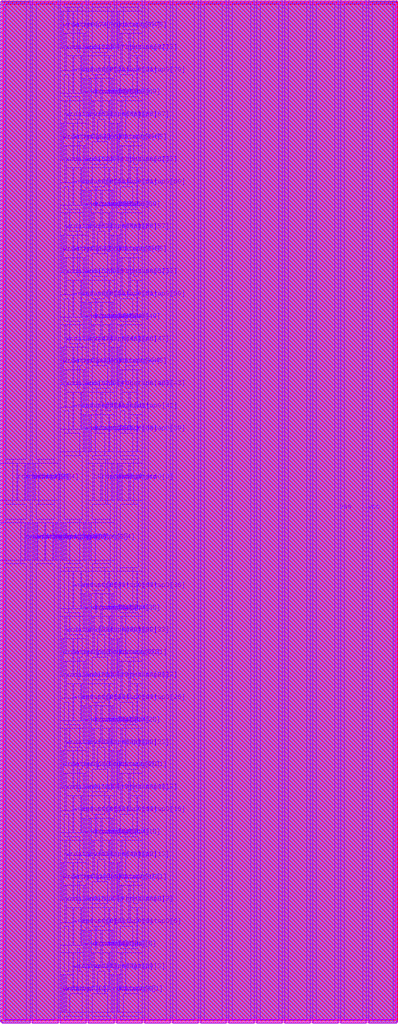
<source format=lef>
VERSION 5.8 ;
BUSBITCHARS "[]" ;
DIVIDERCHAR "/" ;

UNITS
  DATABASE MICRONS 4000 ;
END UNITS

PROPERTYDEFINITIONS
  MACRO hpml_layer STRING ;
  MACRO heml_layer STRING ;
END PROPERTYDEFINITIONS

MACRO arf074b032e1r1w0cbbehsaa4acw
  CLASS BLOCK ;
  FOREIGN arf074b032e1r1w0cbbehsaa4acw ;
  ORIGIN 0 0 ;
  SIZE 12.6 BY 32.64 ;
  PIN ckrdp0
    DIRECTION INPUT ;
    USE SIGNAL ;
    PORT
      LAYER m7 ;
        RECT 2.872 16.68 2.916 17.88 ;
    END
  END ckrdp0
  PIN ckwrp0
    DIRECTION INPUT ;
    USE SIGNAL ;
    PORT
      LAYER m7 ;
        RECT 0.684 14.76 0.728 15.96 ;
    END
  END ckwrp0
  PIN rdaddrp0[0]
    DIRECTION INPUT ;
    USE SIGNAL ;
    PORT
      LAYER m7 ;
        RECT 4.028 16.68 4.072 17.88 ;
    END
  END rdaddrp0[0]
  PIN rdaddrp0[1]
    DIRECTION INPUT ;
    USE SIGNAL ;
    PORT
      LAYER m7 ;
        RECT 0.428 16.68 0.472 17.88 ;
    END
  END rdaddrp0[1]
  PIN rdaddrp0[2]
    DIRECTION INPUT ;
    USE SIGNAL ;
    PORT
      LAYER m7 ;
        RECT 0.684 16.68 0.728 17.88 ;
    END
  END rdaddrp0[2]
  PIN rdaddrp0[3]
    DIRECTION INPUT ;
    USE SIGNAL ;
    PORT
      LAYER m7 ;
        RECT 0.772 16.68 0.816 17.88 ;
    END
  END rdaddrp0[3]
  PIN rdaddrp0[4]
    DIRECTION INPUT ;
    USE SIGNAL ;
    PORT
      LAYER m7 ;
        RECT 0.984 16.68 1.028 17.88 ;
    END
  END rdaddrp0[4]
  PIN rdaddrp0_fd
    DIRECTION INPUT ;
    USE SIGNAL ;
    PORT
      LAYER m7 ;
        RECT 3.128 16.68 3.172 17.88 ;
    END
  END rdaddrp0_fd
  PIN rdaddrp0_rd
    DIRECTION INPUT ;
    USE SIGNAL ;
    PORT
      LAYER m7 ;
        RECT 3.472 16.68 3.516 17.88 ;
    END
  END rdaddrp0_rd
  PIN rdenp0
    DIRECTION INPUT ;
    USE SIGNAL ;
    PORT
      LAYER m7 ;
        RECT 3.684 16.68 3.728 17.88 ;
    END
  END rdenp0
  PIN sdl_initp0
    DIRECTION INPUT ;
    USE SIGNAL ;
    PORT
      LAYER m7 ;
        RECT 3.772 16.68 3.816 17.88 ;
    END
  END sdl_initp0
  PIN wraddrp0[0]
    DIRECTION INPUT ;
    USE SIGNAL ;
    PORT
      LAYER m7 ;
        RECT 1.672 14.76 1.716 15.96 ;
    END
  END wraddrp0[0]
  PIN wraddrp0[1]
    DIRECTION INPUT ;
    USE SIGNAL ;
    PORT
      LAYER m7 ;
        RECT 1.884 14.76 1.928 15.96 ;
    END
  END wraddrp0[1]
  PIN wraddrp0[2]
    DIRECTION INPUT ;
    USE SIGNAL ;
    PORT
      LAYER m7 ;
        RECT 1.972 14.76 2.016 15.96 ;
    END
  END wraddrp0[2]
  PIN wraddrp0[3]
    DIRECTION INPUT ;
    USE SIGNAL ;
    PORT
      LAYER m7 ;
        RECT 2.572 14.76 2.616 15.96 ;
    END
  END wraddrp0[3]
  PIN wraddrp0[4]
    DIRECTION INPUT ;
    USE SIGNAL ;
    PORT
      LAYER m7 ;
        RECT 2.784 14.76 2.828 15.96 ;
    END
  END wraddrp0[4]
  PIN wraddrp0_fd
    DIRECTION INPUT ;
    USE SIGNAL ;
    PORT
      LAYER m7 ;
        RECT 0.772 14.76 0.816 15.96 ;
    END
  END wraddrp0_fd
  PIN wraddrp0_rd
    DIRECTION INPUT ;
    USE SIGNAL ;
    PORT
      LAYER m7 ;
        RECT 0.984 14.76 1.028 15.96 ;
    END
  END wraddrp0_rd
  PIN wrdatap0[0]
    DIRECTION INPUT ;
    USE SIGNAL ;
    PORT
      LAYER m7 ;
        RECT 1.884 0.24 1.928 1.44 ;
    END
  END wrdatap0[0]
  PIN wrdatap0[10]
    DIRECTION INPUT ;
    USE SIGNAL ;
    PORT
      LAYER m7 ;
        RECT 1.884 3.84 1.928 5.04 ;
    END
  END wrdatap0[10]
  PIN wrdatap0[11]
    DIRECTION INPUT ;
    USE SIGNAL ;
    PORT
      LAYER m7 ;
        RECT 2.228 3.84 2.272 5.04 ;
    END
  END wrdatap0[11]
  PIN wrdatap0[12]
    DIRECTION INPUT ;
    USE SIGNAL ;
    PORT
      LAYER m7 ;
        RECT 2.872 4.56 2.916 5.76 ;
    END
  END wrdatap0[12]
  PIN wrdatap0[13]
    DIRECTION INPUT ;
    USE SIGNAL ;
    PORT
      LAYER m7 ;
        RECT 1.972 4.56 2.016 5.76 ;
    END
  END wrdatap0[13]
  PIN wrdatap0[14]
    DIRECTION INPUT ;
    USE SIGNAL ;
    PORT
      LAYER m7 ;
        RECT 2.572 5.28 2.616 6.48 ;
    END
  END wrdatap0[14]
  PIN wrdatap0[15]
    DIRECTION INPUT ;
    USE SIGNAL ;
    PORT
      LAYER m7 ;
        RECT 2.784 5.28 2.828 6.48 ;
    END
  END wrdatap0[15]
  PIN wrdatap0[16]
    DIRECTION INPUT ;
    USE SIGNAL ;
    PORT
      LAYER m7 ;
        RECT 2.228 6 2.272 7.2 ;
    END
  END wrdatap0[16]
  PIN wrdatap0[17]
    DIRECTION INPUT ;
    USE SIGNAL ;
    PORT
      LAYER m7 ;
        RECT 2.484 6 2.528 7.2 ;
    END
  END wrdatap0[17]
  PIN wrdatap0[18]
    DIRECTION INPUT ;
    USE SIGNAL ;
    PORT
      LAYER m7 ;
        RECT 1.972 6.72 2.016 7.92 ;
    END
  END wrdatap0[18]
  PIN wrdatap0[19]
    DIRECTION INPUT ;
    USE SIGNAL ;
    PORT
      LAYER m7 ;
        RECT 2.572 6.72 2.616 7.92 ;
    END
  END wrdatap0[19]
  PIN wrdatap0[1]
    DIRECTION INPUT ;
    USE SIGNAL ;
    PORT
      LAYER m7 ;
        RECT 1.972 0.24 2.016 1.44 ;
    END
  END wrdatap0[1]
  PIN wrdatap0[20]
    DIRECTION INPUT ;
    USE SIGNAL ;
    PORT
      LAYER m7 ;
        RECT 1.884 7.44 1.928 8.64 ;
    END
  END wrdatap0[20]
  PIN wrdatap0[21]
    DIRECTION INPUT ;
    USE SIGNAL ;
    PORT
      LAYER m7 ;
        RECT 2.228 7.44 2.272 8.64 ;
    END
  END wrdatap0[21]
  PIN wrdatap0[22]
    DIRECTION INPUT ;
    USE SIGNAL ;
    PORT
      LAYER m7 ;
        RECT 2.872 8.16 2.916 9.36 ;
    END
  END wrdatap0[22]
  PIN wrdatap0[23]
    DIRECTION INPUT ;
    USE SIGNAL ;
    PORT
      LAYER m7 ;
        RECT 1.972 8.16 2.016 9.36 ;
    END
  END wrdatap0[23]
  PIN wrdatap0[24]
    DIRECTION INPUT ;
    USE SIGNAL ;
    PORT
      LAYER m7 ;
        RECT 2.572 8.88 2.616 10.08 ;
    END
  END wrdatap0[24]
  PIN wrdatap0[25]
    DIRECTION INPUT ;
    USE SIGNAL ;
    PORT
      LAYER m7 ;
        RECT 2.784 8.88 2.828 10.08 ;
    END
  END wrdatap0[25]
  PIN wrdatap0[26]
    DIRECTION INPUT ;
    USE SIGNAL ;
    PORT
      LAYER m7 ;
        RECT 2.228 9.6 2.272 10.8 ;
    END
  END wrdatap0[26]
  PIN wrdatap0[27]
    DIRECTION INPUT ;
    USE SIGNAL ;
    PORT
      LAYER m7 ;
        RECT 2.484 9.6 2.528 10.8 ;
    END
  END wrdatap0[27]
  PIN wrdatap0[28]
    DIRECTION INPUT ;
    USE SIGNAL ;
    PORT
      LAYER m7 ;
        RECT 1.972 10.32 2.016 11.52 ;
    END
  END wrdatap0[28]
  PIN wrdatap0[29]
    DIRECTION INPUT ;
    USE SIGNAL ;
    PORT
      LAYER m7 ;
        RECT 2.572 10.32 2.616 11.52 ;
    END
  END wrdatap0[29]
  PIN wrdatap0[2]
    DIRECTION INPUT ;
    USE SIGNAL ;
    PORT
      LAYER m7 ;
        RECT 2.872 0.96 2.916 2.16 ;
    END
  END wrdatap0[2]
  PIN wrdatap0[30]
    DIRECTION INPUT ;
    USE SIGNAL ;
    PORT
      LAYER m7 ;
        RECT 1.884 11.04 1.928 12.24 ;
    END
  END wrdatap0[30]
  PIN wrdatap0[31]
    DIRECTION INPUT ;
    USE SIGNAL ;
    PORT
      LAYER m7 ;
        RECT 2.228 11.04 2.272 12.24 ;
    END
  END wrdatap0[31]
  PIN wrdatap0[32]
    DIRECTION INPUT ;
    USE SIGNAL ;
    PORT
      LAYER m7 ;
        RECT 2.872 11.76 2.916 12.96 ;
    END
  END wrdatap0[32]
  PIN wrdatap0[33]
    DIRECTION INPUT ;
    USE SIGNAL ;
    PORT
      LAYER m7 ;
        RECT 1.972 11.76 2.016 12.96 ;
    END
  END wrdatap0[33]
  PIN wrdatap0[34]
    DIRECTION INPUT ;
    USE SIGNAL ;
    PORT
      LAYER m7 ;
        RECT 2.572 12.48 2.616 13.68 ;
    END
  END wrdatap0[34]
  PIN wrdatap0[35]
    DIRECTION INPUT ;
    USE SIGNAL ;
    PORT
      LAYER m7 ;
        RECT 2.784 12.48 2.828 13.68 ;
    END
  END wrdatap0[35]
  PIN wrdatap0[36]
    DIRECTION INPUT ;
    USE SIGNAL ;
    PORT
      LAYER m7 ;
        RECT 2.228 13.2 2.272 14.4 ;
    END
  END wrdatap0[36]
  PIN wrdatap0[37]
    DIRECTION INPUT ;
    USE SIGNAL ;
    PORT
      LAYER m7 ;
        RECT 2.484 13.2 2.528 14.4 ;
    END
  END wrdatap0[37]
  PIN wrdatap0[38]
    DIRECTION INPUT ;
    USE SIGNAL ;
    PORT
      LAYER m7 ;
        RECT 2.572 18.24 2.616 19.44 ;
    END
  END wrdatap0[38]
  PIN wrdatap0[39]
    DIRECTION INPUT ;
    USE SIGNAL ;
    PORT
      LAYER m7 ;
        RECT 2.784 18.24 2.828 19.44 ;
    END
  END wrdatap0[39]
  PIN wrdatap0[3]
    DIRECTION INPUT ;
    USE SIGNAL ;
    PORT
      LAYER m7 ;
        RECT 2.228 0.96 2.272 2.16 ;
    END
  END wrdatap0[3]
  PIN wrdatap0[40]
    DIRECTION INPUT ;
    USE SIGNAL ;
    PORT
      LAYER m7 ;
        RECT 2.228 18.96 2.272 20.16 ;
    END
  END wrdatap0[40]
  PIN wrdatap0[41]
    DIRECTION INPUT ;
    USE SIGNAL ;
    PORT
      LAYER m7 ;
        RECT 2.484 18.96 2.528 20.16 ;
    END
  END wrdatap0[41]
  PIN wrdatap0[42]
    DIRECTION INPUT ;
    USE SIGNAL ;
    PORT
      LAYER m7 ;
        RECT 1.972 19.68 2.016 20.88 ;
    END
  END wrdatap0[42]
  PIN wrdatap0[43]
    DIRECTION INPUT ;
    USE SIGNAL ;
    PORT
      LAYER m7 ;
        RECT 2.572 19.68 2.616 20.88 ;
    END
  END wrdatap0[43]
  PIN wrdatap0[44]
    DIRECTION INPUT ;
    USE SIGNAL ;
    PORT
      LAYER m7 ;
        RECT 1.884 20.4 1.928 21.6 ;
    END
  END wrdatap0[44]
  PIN wrdatap0[45]
    DIRECTION INPUT ;
    USE SIGNAL ;
    PORT
      LAYER m7 ;
        RECT 2.228 20.4 2.272 21.6 ;
    END
  END wrdatap0[45]
  PIN wrdatap0[46]
    DIRECTION INPUT ;
    USE SIGNAL ;
    PORT
      LAYER m7 ;
        RECT 2.872 21.12 2.916 22.32 ;
    END
  END wrdatap0[46]
  PIN wrdatap0[47]
    DIRECTION INPUT ;
    USE SIGNAL ;
    PORT
      LAYER m7 ;
        RECT 1.972 21.12 2.016 22.32 ;
    END
  END wrdatap0[47]
  PIN wrdatap0[48]
    DIRECTION INPUT ;
    USE SIGNAL ;
    PORT
      LAYER m7 ;
        RECT 2.572 21.84 2.616 23.04 ;
    END
  END wrdatap0[48]
  PIN wrdatap0[49]
    DIRECTION INPUT ;
    USE SIGNAL ;
    PORT
      LAYER m7 ;
        RECT 2.784 21.84 2.828 23.04 ;
    END
  END wrdatap0[49]
  PIN wrdatap0[4]
    DIRECTION INPUT ;
    USE SIGNAL ;
    PORT
      LAYER m7 ;
        RECT 2.572 1.68 2.616 2.88 ;
    END
  END wrdatap0[4]
  PIN wrdatap0[50]
    DIRECTION INPUT ;
    USE SIGNAL ;
    PORT
      LAYER m7 ;
        RECT 2.228 22.56 2.272 23.76 ;
    END
  END wrdatap0[50]
  PIN wrdatap0[51]
    DIRECTION INPUT ;
    USE SIGNAL ;
    PORT
      LAYER m7 ;
        RECT 2.484 22.56 2.528 23.76 ;
    END
  END wrdatap0[51]
  PIN wrdatap0[52]
    DIRECTION INPUT ;
    USE SIGNAL ;
    PORT
      LAYER m7 ;
        RECT 1.972 23.28 2.016 24.48 ;
    END
  END wrdatap0[52]
  PIN wrdatap0[53]
    DIRECTION INPUT ;
    USE SIGNAL ;
    PORT
      LAYER m7 ;
        RECT 2.572 23.28 2.616 24.48 ;
    END
  END wrdatap0[53]
  PIN wrdatap0[54]
    DIRECTION INPUT ;
    USE SIGNAL ;
    PORT
      LAYER m7 ;
        RECT 1.884 24 1.928 25.2 ;
    END
  END wrdatap0[54]
  PIN wrdatap0[55]
    DIRECTION INPUT ;
    USE SIGNAL ;
    PORT
      LAYER m7 ;
        RECT 2.228 24 2.272 25.2 ;
    END
  END wrdatap0[55]
  PIN wrdatap0[56]
    DIRECTION INPUT ;
    USE SIGNAL ;
    PORT
      LAYER m7 ;
        RECT 2.872 24.72 2.916 25.92 ;
    END
  END wrdatap0[56]
  PIN wrdatap0[57]
    DIRECTION INPUT ;
    USE SIGNAL ;
    PORT
      LAYER m7 ;
        RECT 1.972 24.72 2.016 25.92 ;
    END
  END wrdatap0[57]
  PIN wrdatap0[58]
    DIRECTION INPUT ;
    USE SIGNAL ;
    PORT
      LAYER m7 ;
        RECT 2.572 25.44 2.616 26.64 ;
    END
  END wrdatap0[58]
  PIN wrdatap0[59]
    DIRECTION INPUT ;
    USE SIGNAL ;
    PORT
      LAYER m7 ;
        RECT 2.784 25.44 2.828 26.64 ;
    END
  END wrdatap0[59]
  PIN wrdatap0[5]
    DIRECTION INPUT ;
    USE SIGNAL ;
    PORT
      LAYER m7 ;
        RECT 2.784 1.68 2.828 2.88 ;
    END
  END wrdatap0[5]
  PIN wrdatap0[60]
    DIRECTION INPUT ;
    USE SIGNAL ;
    PORT
      LAYER m7 ;
        RECT 2.228 26.16 2.272 27.36 ;
    END
  END wrdatap0[60]
  PIN wrdatap0[61]
    DIRECTION INPUT ;
    USE SIGNAL ;
    PORT
      LAYER m7 ;
        RECT 2.484 26.16 2.528 27.36 ;
    END
  END wrdatap0[61]
  PIN wrdatap0[62]
    DIRECTION INPUT ;
    USE SIGNAL ;
    PORT
      LAYER m7 ;
        RECT 1.972 26.88 2.016 28.08 ;
    END
  END wrdatap0[62]
  PIN wrdatap0[63]
    DIRECTION INPUT ;
    USE SIGNAL ;
    PORT
      LAYER m7 ;
        RECT 2.572 26.88 2.616 28.08 ;
    END
  END wrdatap0[63]
  PIN wrdatap0[64]
    DIRECTION INPUT ;
    USE SIGNAL ;
    PORT
      LAYER m7 ;
        RECT 1.884 27.6 1.928 28.8 ;
    END
  END wrdatap0[64]
  PIN wrdatap0[65]
    DIRECTION INPUT ;
    USE SIGNAL ;
    PORT
      LAYER m7 ;
        RECT 2.228 27.6 2.272 28.8 ;
    END
  END wrdatap0[65]
  PIN wrdatap0[66]
    DIRECTION INPUT ;
    USE SIGNAL ;
    PORT
      LAYER m7 ;
        RECT 2.872 28.32 2.916 29.52 ;
    END
  END wrdatap0[66]
  PIN wrdatap0[67]
    DIRECTION INPUT ;
    USE SIGNAL ;
    PORT
      LAYER m7 ;
        RECT 1.972 28.32 2.016 29.52 ;
    END
  END wrdatap0[67]
  PIN wrdatap0[68]
    DIRECTION INPUT ;
    USE SIGNAL ;
    PORT
      LAYER m7 ;
        RECT 2.572 29.04 2.616 30.24 ;
    END
  END wrdatap0[68]
  PIN wrdatap0[69]
    DIRECTION INPUT ;
    USE SIGNAL ;
    PORT
      LAYER m7 ;
        RECT 2.784 29.04 2.828 30.24 ;
    END
  END wrdatap0[69]
  PIN wrdatap0[6]
    DIRECTION INPUT ;
    USE SIGNAL ;
    PORT
      LAYER m7 ;
        RECT 2.228 2.4 2.272 3.6 ;
    END
  END wrdatap0[6]
  PIN wrdatap0[70]
    DIRECTION INPUT ;
    USE SIGNAL ;
    PORT
      LAYER m7 ;
        RECT 2.228 29.76 2.272 30.96 ;
    END
  END wrdatap0[70]
  PIN wrdatap0[71]
    DIRECTION INPUT ;
    USE SIGNAL ;
    PORT
      LAYER m7 ;
        RECT 2.484 29.76 2.528 30.96 ;
    END
  END wrdatap0[71]
  PIN wrdatap0[72]
    DIRECTION INPUT ;
    USE SIGNAL ;
    PORT
      LAYER m7 ;
        RECT 1.972 30.48 2.016 31.68 ;
    END
  END wrdatap0[72]
  PIN wrdatap0[73]
    DIRECTION INPUT ;
    USE SIGNAL ;
    PORT
      LAYER m7 ;
        RECT 2.572 30.48 2.616 31.68 ;
    END
  END wrdatap0[73]
  PIN wrdatap0[74]
    DIRECTION INPUT ;
    USE SIGNAL ;
    PORT
      LAYER m7 ;
        RECT 1.884 31.2 1.928 32.4 ;
    END
  END wrdatap0[74]
  PIN wrdatap0[75]
    DIRECTION INPUT ;
    USE SIGNAL ;
    PORT
      LAYER m7 ;
        RECT 2.228 31.2 2.272 32.4 ;
    END
  END wrdatap0[75]
  PIN wrdatap0[7]
    DIRECTION INPUT ;
    USE SIGNAL ;
    PORT
      LAYER m7 ;
        RECT 2.484 2.4 2.528 3.6 ;
    END
  END wrdatap0[7]
  PIN wrdatap0[8]
    DIRECTION INPUT ;
    USE SIGNAL ;
    PORT
      LAYER m7 ;
        RECT 1.972 3.12 2.016 4.32 ;
    END
  END wrdatap0[8]
  PIN wrdatap0[9]
    DIRECTION INPUT ;
    USE SIGNAL ;
    PORT
      LAYER m7 ;
        RECT 2.572 3.12 2.616 4.32 ;
    END
  END wrdatap0[9]
  PIN wrdatap0_fd
    DIRECTION INPUT ;
    USE SIGNAL ;
    PORT
      LAYER m7 ;
        RECT 1.328 14.76 1.372 15.96 ;
    END
  END wrdatap0_fd
  PIN wrdatap0_rd
    DIRECTION INPUT ;
    USE SIGNAL ;
    PORT
      LAYER m7 ;
        RECT 1.584 14.76 1.628 15.96 ;
    END
  END wrdatap0_rd
  PIN wrenp0
    DIRECTION INPUT ;
    USE SIGNAL ;
    PORT
      LAYER m7 ;
        RECT 1.072 14.76 1.116 15.96 ;
    END
  END wrenp0
  PIN rddatap0[0]
    DIRECTION OUTPUT ;
    USE SIGNAL ;
    PORT
      LAYER m7 ;
        RECT 3.472 0.24 3.516 1.44 ;
    END
  END rddatap0[0]
  PIN rddatap0[10]
    DIRECTION OUTPUT ;
    USE SIGNAL ;
    PORT
      LAYER m7 ;
        RECT 3.472 3.84 3.516 5.04 ;
    END
  END rddatap0[10]
  PIN rddatap0[11]
    DIRECTION OUTPUT ;
    USE SIGNAL ;
    PORT
      LAYER m7 ;
        RECT 3.684 3.84 3.728 5.04 ;
    END
  END rddatap0[11]
  PIN rddatap0[12]
    DIRECTION OUTPUT ;
    USE SIGNAL ;
    PORT
      LAYER m7 ;
        RECT 3.384 4.56 3.428 5.76 ;
    END
  END rddatap0[12]
  PIN rddatap0[13]
    DIRECTION OUTPUT ;
    USE SIGNAL ;
    PORT
      LAYER m7 ;
        RECT 3.772 4.56 3.816 5.76 ;
    END
  END rddatap0[13]
  PIN rddatap0[14]
    DIRECTION OUTPUT ;
    USE SIGNAL ;
    PORT
      LAYER m7 ;
        RECT 3.128 5.28 3.172 6.48 ;
    END
  END rddatap0[14]
  PIN rddatap0[15]
    DIRECTION OUTPUT ;
    USE SIGNAL ;
    PORT
      LAYER m7 ;
        RECT 3.472 5.28 3.516 6.48 ;
    END
  END rddatap0[15]
  PIN rddatap0[16]
    DIRECTION OUTPUT ;
    USE SIGNAL ;
    PORT
      LAYER m7 ;
        RECT 4.284 6 4.328 7.2 ;
    END
  END rddatap0[16]
  PIN rddatap0[17]
    DIRECTION OUTPUT ;
    USE SIGNAL ;
    PORT
      LAYER m7 ;
        RECT 3.384 6 3.428 7.2 ;
    END
  END rddatap0[17]
  PIN rddatap0[18]
    DIRECTION OUTPUT ;
    USE SIGNAL ;
    PORT
      LAYER m7 ;
        RECT 3.772 6.72 3.816 7.92 ;
    END
  END rddatap0[18]
  PIN rddatap0[19]
    DIRECTION OUTPUT ;
    USE SIGNAL ;
    PORT
      LAYER m7 ;
        RECT 4.028 6.72 4.072 7.92 ;
    END
  END rddatap0[19]
  PIN rddatap0[1]
    DIRECTION OUTPUT ;
    USE SIGNAL ;
    PORT
      LAYER m7 ;
        RECT 3.684 0.24 3.728 1.44 ;
    END
  END rddatap0[1]
  PIN rddatap0[20]
    DIRECTION OUTPUT ;
    USE SIGNAL ;
    PORT
      LAYER m7 ;
        RECT 3.472 7.44 3.516 8.64 ;
    END
  END rddatap0[20]
  PIN rddatap0[21]
    DIRECTION OUTPUT ;
    USE SIGNAL ;
    PORT
      LAYER m7 ;
        RECT 3.684 7.44 3.728 8.64 ;
    END
  END rddatap0[21]
  PIN rddatap0[22]
    DIRECTION OUTPUT ;
    USE SIGNAL ;
    PORT
      LAYER m7 ;
        RECT 3.384 8.16 3.428 9.36 ;
    END
  END rddatap0[22]
  PIN rddatap0[23]
    DIRECTION OUTPUT ;
    USE SIGNAL ;
    PORT
      LAYER m7 ;
        RECT 3.772 8.16 3.816 9.36 ;
    END
  END rddatap0[23]
  PIN rddatap0[24]
    DIRECTION OUTPUT ;
    USE SIGNAL ;
    PORT
      LAYER m7 ;
        RECT 3.128 8.88 3.172 10.08 ;
    END
  END rddatap0[24]
  PIN rddatap0[25]
    DIRECTION OUTPUT ;
    USE SIGNAL ;
    PORT
      LAYER m7 ;
        RECT 3.472 8.88 3.516 10.08 ;
    END
  END rddatap0[25]
  PIN rddatap0[26]
    DIRECTION OUTPUT ;
    USE SIGNAL ;
    PORT
      LAYER m7 ;
        RECT 4.284 9.6 4.328 10.8 ;
    END
  END rddatap0[26]
  PIN rddatap0[27]
    DIRECTION OUTPUT ;
    USE SIGNAL ;
    PORT
      LAYER m7 ;
        RECT 3.384 9.6 3.428 10.8 ;
    END
  END rddatap0[27]
  PIN rddatap0[28]
    DIRECTION OUTPUT ;
    USE SIGNAL ;
    PORT
      LAYER m7 ;
        RECT 3.772 10.32 3.816 11.52 ;
    END
  END rddatap0[28]
  PIN rddatap0[29]
    DIRECTION OUTPUT ;
    USE SIGNAL ;
    PORT
      LAYER m7 ;
        RECT 4.028 10.32 4.072 11.52 ;
    END
  END rddatap0[29]
  PIN rddatap0[2]
    DIRECTION OUTPUT ;
    USE SIGNAL ;
    PORT
      LAYER m7 ;
        RECT 3.384 0.96 3.428 2.16 ;
    END
  END rddatap0[2]
  PIN rddatap0[30]
    DIRECTION OUTPUT ;
    USE SIGNAL ;
    PORT
      LAYER m7 ;
        RECT 3.472 11.04 3.516 12.24 ;
    END
  END rddatap0[30]
  PIN rddatap0[31]
    DIRECTION OUTPUT ;
    USE SIGNAL ;
    PORT
      LAYER m7 ;
        RECT 3.684 11.04 3.728 12.24 ;
    END
  END rddatap0[31]
  PIN rddatap0[32]
    DIRECTION OUTPUT ;
    USE SIGNAL ;
    PORT
      LAYER m7 ;
        RECT 3.384 11.76 3.428 12.96 ;
    END
  END rddatap0[32]
  PIN rddatap0[33]
    DIRECTION OUTPUT ;
    USE SIGNAL ;
    PORT
      LAYER m7 ;
        RECT 3.772 11.76 3.816 12.96 ;
    END
  END rddatap0[33]
  PIN rddatap0[34]
    DIRECTION OUTPUT ;
    USE SIGNAL ;
    PORT
      LAYER m7 ;
        RECT 3.128 12.48 3.172 13.68 ;
    END
  END rddatap0[34]
  PIN rddatap0[35]
    DIRECTION OUTPUT ;
    USE SIGNAL ;
    PORT
      LAYER m7 ;
        RECT 3.472 12.48 3.516 13.68 ;
    END
  END rddatap0[35]
  PIN rddatap0[36]
    DIRECTION OUTPUT ;
    USE SIGNAL ;
    PORT
      LAYER m7 ;
        RECT 4.284 13.2 4.328 14.4 ;
    END
  END rddatap0[36]
  PIN rddatap0[37]
    DIRECTION OUTPUT ;
    USE SIGNAL ;
    PORT
      LAYER m7 ;
        RECT 3.384 13.2 3.428 14.4 ;
    END
  END rddatap0[37]
  PIN rddatap0[38]
    DIRECTION OUTPUT ;
    USE SIGNAL ;
    PORT
      LAYER m7 ;
        RECT 3.384 18.24 3.428 19.44 ;
    END
  END rddatap0[38]
  PIN rddatap0[39]
    DIRECTION OUTPUT ;
    USE SIGNAL ;
    PORT
      LAYER m7 ;
        RECT 4.284 18.24 4.328 19.44 ;
    END
  END rddatap0[39]
  PIN rddatap0[3]
    DIRECTION OUTPUT ;
    USE SIGNAL ;
    PORT
      LAYER m7 ;
        RECT 3.772 0.96 3.816 2.16 ;
    END
  END rddatap0[3]
  PIN rddatap0[40]
    DIRECTION OUTPUT ;
    USE SIGNAL ;
    PORT
      LAYER m7 ;
        RECT 4.028 18.96 4.072 20.16 ;
    END
  END rddatap0[40]
  PIN rddatap0[41]
    DIRECTION OUTPUT ;
    USE SIGNAL ;
    PORT
      LAYER m7 ;
        RECT 3.128 18.96 3.172 20.16 ;
    END
  END rddatap0[41]
  PIN rddatap0[42]
    DIRECTION OUTPUT ;
    USE SIGNAL ;
    PORT
      LAYER m7 ;
        RECT 3.772 19.68 3.816 20.88 ;
    END
  END rddatap0[42]
  PIN rddatap0[43]
    DIRECTION OUTPUT ;
    USE SIGNAL ;
    PORT
      LAYER m7 ;
        RECT 4.284 19.68 4.328 20.88 ;
    END
  END rddatap0[43]
  PIN rddatap0[44]
    DIRECTION OUTPUT ;
    USE SIGNAL ;
    PORT
      LAYER m7 ;
        RECT 3.472 20.4 3.516 21.6 ;
    END
  END rddatap0[44]
  PIN rddatap0[45]
    DIRECTION OUTPUT ;
    USE SIGNAL ;
    PORT
      LAYER m7 ;
        RECT 3.684 20.4 3.728 21.6 ;
    END
  END rddatap0[45]
  PIN rddatap0[46]
    DIRECTION OUTPUT ;
    USE SIGNAL ;
    PORT
      LAYER m7 ;
        RECT 3.384 21.12 3.428 22.32 ;
    END
  END rddatap0[46]
  PIN rddatap0[47]
    DIRECTION OUTPUT ;
    USE SIGNAL ;
    PORT
      LAYER m7 ;
        RECT 3.772 21.12 3.816 22.32 ;
    END
  END rddatap0[47]
  PIN rddatap0[48]
    DIRECTION OUTPUT ;
    USE SIGNAL ;
    PORT
      LAYER m7 ;
        RECT 3.128 21.84 3.172 23.04 ;
    END
  END rddatap0[48]
  PIN rddatap0[49]
    DIRECTION OUTPUT ;
    USE SIGNAL ;
    PORT
      LAYER m7 ;
        RECT 3.472 21.84 3.516 23.04 ;
    END
  END rddatap0[49]
  PIN rddatap0[4]
    DIRECTION OUTPUT ;
    USE SIGNAL ;
    PORT
      LAYER m7 ;
        RECT 3.128 1.68 3.172 2.88 ;
    END
  END rddatap0[4]
  PIN rddatap0[50]
    DIRECTION OUTPUT ;
    USE SIGNAL ;
    PORT
      LAYER m7 ;
        RECT 4.284 22.56 4.328 23.76 ;
    END
  END rddatap0[50]
  PIN rddatap0[51]
    DIRECTION OUTPUT ;
    USE SIGNAL ;
    PORT
      LAYER m7 ;
        RECT 3.384 22.56 3.428 23.76 ;
    END
  END rddatap0[51]
  PIN rddatap0[52]
    DIRECTION OUTPUT ;
    USE SIGNAL ;
    PORT
      LAYER m7 ;
        RECT 3.772 23.28 3.816 24.48 ;
    END
  END rddatap0[52]
  PIN rddatap0[53]
    DIRECTION OUTPUT ;
    USE SIGNAL ;
    PORT
      LAYER m7 ;
        RECT 4.028 23.28 4.072 24.48 ;
    END
  END rddatap0[53]
  PIN rddatap0[54]
    DIRECTION OUTPUT ;
    USE SIGNAL ;
    PORT
      LAYER m7 ;
        RECT 3.472 24 3.516 25.2 ;
    END
  END rddatap0[54]
  PIN rddatap0[55]
    DIRECTION OUTPUT ;
    USE SIGNAL ;
    PORT
      LAYER m7 ;
        RECT 3.684 24 3.728 25.2 ;
    END
  END rddatap0[55]
  PIN rddatap0[56]
    DIRECTION OUTPUT ;
    USE SIGNAL ;
    PORT
      LAYER m7 ;
        RECT 3.384 24.72 3.428 25.92 ;
    END
  END rddatap0[56]
  PIN rddatap0[57]
    DIRECTION OUTPUT ;
    USE SIGNAL ;
    PORT
      LAYER m7 ;
        RECT 3.772 24.72 3.816 25.92 ;
    END
  END rddatap0[57]
  PIN rddatap0[58]
    DIRECTION OUTPUT ;
    USE SIGNAL ;
    PORT
      LAYER m7 ;
        RECT 3.128 25.44 3.172 26.64 ;
    END
  END rddatap0[58]
  PIN rddatap0[59]
    DIRECTION OUTPUT ;
    USE SIGNAL ;
    PORT
      LAYER m7 ;
        RECT 3.472 25.44 3.516 26.64 ;
    END
  END rddatap0[59]
  PIN rddatap0[5]
    DIRECTION OUTPUT ;
    USE SIGNAL ;
    PORT
      LAYER m7 ;
        RECT 3.472 1.68 3.516 2.88 ;
    END
  END rddatap0[5]
  PIN rddatap0[60]
    DIRECTION OUTPUT ;
    USE SIGNAL ;
    PORT
      LAYER m7 ;
        RECT 4.284 26.16 4.328 27.36 ;
    END
  END rddatap0[60]
  PIN rddatap0[61]
    DIRECTION OUTPUT ;
    USE SIGNAL ;
    PORT
      LAYER m7 ;
        RECT 3.384 26.16 3.428 27.36 ;
    END
  END rddatap0[61]
  PIN rddatap0[62]
    DIRECTION OUTPUT ;
    USE SIGNAL ;
    PORT
      LAYER m7 ;
        RECT 3.772 26.88 3.816 28.08 ;
    END
  END rddatap0[62]
  PIN rddatap0[63]
    DIRECTION OUTPUT ;
    USE SIGNAL ;
    PORT
      LAYER m7 ;
        RECT 4.028 26.88 4.072 28.08 ;
    END
  END rddatap0[63]
  PIN rddatap0[64]
    DIRECTION OUTPUT ;
    USE SIGNAL ;
    PORT
      LAYER m7 ;
        RECT 3.472 27.6 3.516 28.8 ;
    END
  END rddatap0[64]
  PIN rddatap0[65]
    DIRECTION OUTPUT ;
    USE SIGNAL ;
    PORT
      LAYER m7 ;
        RECT 3.684 27.6 3.728 28.8 ;
    END
  END rddatap0[65]
  PIN rddatap0[66]
    DIRECTION OUTPUT ;
    USE SIGNAL ;
    PORT
      LAYER m7 ;
        RECT 3.384 28.32 3.428 29.52 ;
    END
  END rddatap0[66]
  PIN rddatap0[67]
    DIRECTION OUTPUT ;
    USE SIGNAL ;
    PORT
      LAYER m7 ;
        RECT 3.772 28.32 3.816 29.52 ;
    END
  END rddatap0[67]
  PIN rddatap0[68]
    DIRECTION OUTPUT ;
    USE SIGNAL ;
    PORT
      LAYER m7 ;
        RECT 3.128 29.04 3.172 30.24 ;
    END
  END rddatap0[68]
  PIN rddatap0[69]
    DIRECTION OUTPUT ;
    USE SIGNAL ;
    PORT
      LAYER m7 ;
        RECT 3.472 29.04 3.516 30.24 ;
    END
  END rddatap0[69]
  PIN rddatap0[6]
    DIRECTION OUTPUT ;
    USE SIGNAL ;
    PORT
      LAYER m7 ;
        RECT 4.284 2.4 4.328 3.6 ;
    END
  END rddatap0[6]
  PIN rddatap0[70]
    DIRECTION OUTPUT ;
    USE SIGNAL ;
    PORT
      LAYER m7 ;
        RECT 4.284 29.76 4.328 30.96 ;
    END
  END rddatap0[70]
  PIN rddatap0[71]
    DIRECTION OUTPUT ;
    USE SIGNAL ;
    PORT
      LAYER m7 ;
        RECT 3.384 29.76 3.428 30.96 ;
    END
  END rddatap0[71]
  PIN rddatap0[72]
    DIRECTION OUTPUT ;
    USE SIGNAL ;
    PORT
      LAYER m7 ;
        RECT 3.772 30.48 3.816 31.68 ;
    END
  END rddatap0[72]
  PIN rddatap0[73]
    DIRECTION OUTPUT ;
    USE SIGNAL ;
    PORT
      LAYER m7 ;
        RECT 4.028 30.48 4.072 31.68 ;
    END
  END rddatap0[73]
  PIN rddatap0[74]
    DIRECTION OUTPUT ;
    USE SIGNAL ;
    PORT
      LAYER m7 ;
        RECT 3.472 31.2 3.516 32.4 ;
    END
  END rddatap0[74]
  PIN rddatap0[75]
    DIRECTION OUTPUT ;
    USE SIGNAL ;
    PORT
      LAYER m7 ;
        RECT 3.684 31.2 3.728 32.4 ;
    END
  END rddatap0[75]
  PIN rddatap0[7]
    DIRECTION OUTPUT ;
    USE SIGNAL ;
    PORT
      LAYER m7 ;
        RECT 3.384 2.4 3.428 3.6 ;
    END
  END rddatap0[7]
  PIN rddatap0[8]
    DIRECTION OUTPUT ;
    USE SIGNAL ;
    PORT
      LAYER m7 ;
        RECT 3.772 3.12 3.816 4.32 ;
    END
  END rddatap0[8]
  PIN rddatap0[9]
    DIRECTION OUTPUT ;
    USE SIGNAL ;
    PORT
      LAYER m7 ;
        RECT 4.028 3.12 4.072 4.32 ;
    END
  END rddatap0[9]
  PIN vcc
    DIRECTION INPUT ;
    USE POWER ;
    PORT
      LAYER m7 ;
        RECT 0.862 0.06 0.938 32.58 ;
        RECT 2.662 0.06 2.738 32.58 ;
        RECT 4.462 0.06 4.538 32.58 ;
        RECT 6.262 0.06 6.338 32.58 ;
        RECT 8.062 0.06 8.138 32.58 ;
        RECT 9.862 0.06 9.938 32.58 ;
        RECT 11.662 0.06 11.738 32.58 ;
    END
  END vcc
  PIN vss
    DIRECTION INOUT ;
    USE GROUND ;
    PORT
      LAYER m7 ;
        RECT 1.762 0.06 1.838 32.58 ;
        RECT 3.562 0.06 3.638 32.58 ;
        RECT 5.362 0.06 5.438 32.58 ;
        RECT 7.162 0.06 7.238 32.58 ;
        RECT 8.962 0.06 9.038 32.58 ;
        RECT 10.762 0.06 10.838 32.58 ;
    END
  END vss
  OBS
    LAYER m0 SPACING 0 ;
      RECT -0.016 -0.014 12.616 32.654 ;
    LAYER m1 SPACING 0 ;
      RECT -0.02 -0.02 12.62 32.66 ;
    LAYER m2 SPACING 0 ;
      RECT -0.0705 -0.038 12.6705 32.678 ;
    LAYER m3 SPACING 0 ;
      RECT -0.035 -0.07 12.635 32.71 ;
    LAYER m4 SPACING 0 ;
      RECT -0.07 -0.038 12.67 32.678 ;
    LAYER m5 SPACING 0 ;
      RECT -0.059 -0.09 12.659 32.73 ;
    LAYER m6 SPACING 0 ;
      RECT -0.09 -0.062 12.69 32.702 ;
    LAYER m7 SPACING 0 ;
      RECT 11.738 32.7 12.64 32.76 ;
      RECT 11.738 -0.06 12.692 32.7 ;
      RECT 11.738 -0.12 12.64 -0.06 ;
      RECT 10.838 -0.12 11.662 32.76 ;
      RECT 9.938 -0.12 10.762 32.76 ;
      RECT 9.038 -0.12 9.862 32.76 ;
      RECT 8.138 -0.12 8.962 32.76 ;
      RECT 7.238 -0.12 8.062 32.76 ;
      RECT 6.338 -0.12 7.162 32.76 ;
      RECT 5.438 -0.12 6.262 32.76 ;
      RECT 4.538 -0.12 5.362 32.76 ;
      RECT 3.638 32.4 4.462 32.76 ;
      RECT 3.728 31.68 4.462 32.4 ;
      RECT 3.638 31.2 3.684 32.4 ;
      RECT 3.728 31.2 3.772 31.68 ;
      RECT 4.072 30.96 4.462 31.68 ;
      RECT 3.816 30.48 4.028 31.68 ;
      RECT 3.638 30.48 3.772 31.2 ;
      RECT 4.072 30.48 4.284 30.96 ;
      RECT 4.328 29.76 4.462 30.96 ;
      RECT 3.638 29.76 4.284 30.48 ;
      RECT 3.638 29.52 4.462 29.76 ;
      RECT 3.638 28.8 3.772 29.52 ;
      RECT 3.816 28.32 4.462 29.52 ;
      RECT 3.728 28.32 3.772 28.8 ;
      RECT 3.728 28.08 4.462 28.32 ;
      RECT 3.638 27.6 3.684 28.8 ;
      RECT 3.728 27.6 3.772 28.08 ;
      RECT 4.072 27.36 4.462 28.08 ;
      RECT 3.816 26.88 4.028 28.08 ;
      RECT 3.638 26.88 3.772 27.6 ;
      RECT 4.072 26.88 4.284 27.36 ;
      RECT 4.328 26.16 4.462 27.36 ;
      RECT 3.638 26.16 4.284 26.88 ;
      RECT 3.638 25.92 4.462 26.16 ;
      RECT 3.638 25.2 3.772 25.92 ;
      RECT 3.816 24.72 4.462 25.92 ;
      RECT 3.728 24.72 3.772 25.2 ;
      RECT 3.728 24.48 4.462 24.72 ;
      RECT 3.638 24 3.684 25.2 ;
      RECT 3.728 24 3.772 24.48 ;
      RECT 4.072 23.76 4.462 24.48 ;
      RECT 3.816 23.28 4.028 24.48 ;
      RECT 3.638 23.28 3.772 24 ;
      RECT 4.072 23.28 4.284 23.76 ;
      RECT 4.328 22.56 4.462 23.76 ;
      RECT 3.638 22.56 4.284 23.28 ;
      RECT 3.638 22.32 4.462 22.56 ;
      RECT 3.638 21.6 3.772 22.32 ;
      RECT 3.816 21.12 4.462 22.32 ;
      RECT 3.728 21.12 3.772 21.6 ;
      RECT 3.728 20.88 4.462 21.12 ;
      RECT 3.638 20.4 3.684 21.6 ;
      RECT 3.728 20.4 3.772 20.88 ;
      RECT 3.816 20.16 4.284 20.88 ;
      RECT 4.328 19.68 4.462 20.88 ;
      RECT 3.638 19.68 3.772 20.4 ;
      RECT 3.816 19.68 4.028 20.16 ;
      RECT 4.072 19.68 4.284 20.16 ;
      RECT 4.072 19.44 4.462 19.68 ;
      RECT 3.638 18.96 4.028 19.68 ;
      RECT 4.072 18.96 4.284 19.44 ;
      RECT 4.328 18.24 4.462 19.44 ;
      RECT 3.638 18.24 4.284 18.96 ;
      RECT 3.638 17.88 4.462 18.24 ;
      RECT 3.638 16.68 3.684 17.88 ;
      RECT 3.728 16.68 3.772 17.88 ;
      RECT 3.816 16.68 4.028 17.88 ;
      RECT 4.072 16.68 4.462 17.88 ;
      RECT 3.638 14.4 4.462 16.68 ;
      RECT 3.638 13.2 4.284 14.4 ;
      RECT 4.328 13.2 4.462 14.4 ;
      RECT 3.638 12.96 4.462 13.2 ;
      RECT 3.638 12.24 3.772 12.96 ;
      RECT 3.816 11.76 4.462 12.96 ;
      RECT 3.728 11.76 3.772 12.24 ;
      RECT 3.728 11.52 4.462 11.76 ;
      RECT 3.638 11.04 3.684 12.24 ;
      RECT 3.728 11.04 3.772 11.52 ;
      RECT 4.072 10.8 4.462 11.52 ;
      RECT 3.816 10.32 4.028 11.52 ;
      RECT 3.638 10.32 3.772 11.04 ;
      RECT 4.072 10.32 4.284 10.8 ;
      RECT 4.328 9.6 4.462 10.8 ;
      RECT 3.638 9.6 4.284 10.32 ;
      RECT 3.638 9.36 4.462 9.6 ;
      RECT 3.638 8.64 3.772 9.36 ;
      RECT 3.816 8.16 4.462 9.36 ;
      RECT 3.728 8.16 3.772 8.64 ;
      RECT 3.728 7.92 4.462 8.16 ;
      RECT 3.638 7.44 3.684 8.64 ;
      RECT 3.728 7.44 3.772 7.92 ;
      RECT 4.072 7.2 4.462 7.92 ;
      RECT 3.816 6.72 4.028 7.92 ;
      RECT 3.638 6.72 3.772 7.44 ;
      RECT 4.072 6.72 4.284 7.2 ;
      RECT 4.328 6 4.462 7.2 ;
      RECT 3.638 6 4.284 6.72 ;
      RECT 3.638 5.76 4.462 6 ;
      RECT 3.638 5.04 3.772 5.76 ;
      RECT 3.816 4.56 4.462 5.76 ;
      RECT 3.728 4.56 3.772 5.04 ;
      RECT 3.728 4.32 4.462 4.56 ;
      RECT 3.638 3.84 3.684 5.04 ;
      RECT 3.728 3.84 3.772 4.32 ;
      RECT 4.072 3.6 4.462 4.32 ;
      RECT 3.816 3.12 4.028 4.32 ;
      RECT 3.638 3.12 3.772 3.84 ;
      RECT 4.072 3.12 4.284 3.6 ;
      RECT 4.328 2.4 4.462 3.6 ;
      RECT 3.638 2.4 4.284 3.12 ;
      RECT 3.638 2.16 4.462 2.4 ;
      RECT 3.638 1.44 3.772 2.16 ;
      RECT 3.816 0.96 4.462 2.16 ;
      RECT 3.728 0.96 3.772 1.44 ;
      RECT 3.638 0.24 3.684 1.44 ;
      RECT 3.728 0.24 4.462 0.96 ;
      RECT 3.638 -0.12 4.462 0.24 ;
      RECT 2.738 32.4 3.562 32.76 ;
      RECT 2.738 31.2 3.472 32.4 ;
      RECT 3.516 31.2 3.562 32.4 ;
      RECT 2.738 30.96 3.562 31.2 ;
      RECT 2.738 30.24 3.384 30.96 ;
      RECT 3.428 30.24 3.562 30.96 ;
      RECT 3.172 29.76 3.384 30.24 ;
      RECT 3.428 29.76 3.472 30.24 ;
      RECT 2.828 29.52 3.128 30.24 ;
      RECT 3.172 29.52 3.472 29.76 ;
      RECT 2.738 29.04 2.784 30.24 ;
      RECT 3.516 29.04 3.562 30.24 ;
      RECT 2.828 29.04 2.872 29.52 ;
      RECT 2.916 29.04 3.128 29.52 ;
      RECT 3.172 29.04 3.384 29.52 ;
      RECT 3.428 29.04 3.472 29.52 ;
      RECT 3.428 28.8 3.562 29.04 ;
      RECT 2.738 28.32 2.872 29.04 ;
      RECT 2.916 28.32 3.384 29.04 ;
      RECT 3.428 28.32 3.472 28.8 ;
      RECT 3.516 27.6 3.562 28.8 ;
      RECT 2.738 27.6 3.472 28.32 ;
      RECT 2.738 27.36 3.562 27.6 ;
      RECT 2.738 26.64 3.384 27.36 ;
      RECT 3.428 26.64 3.562 27.36 ;
      RECT 3.172 26.16 3.384 26.64 ;
      RECT 3.428 26.16 3.472 26.64 ;
      RECT 2.828 25.92 3.128 26.64 ;
      RECT 3.172 25.92 3.472 26.16 ;
      RECT 2.738 25.44 2.784 26.64 ;
      RECT 3.516 25.44 3.562 26.64 ;
      RECT 2.828 25.44 2.872 25.92 ;
      RECT 2.916 25.44 3.128 25.92 ;
      RECT 3.172 25.44 3.384 25.92 ;
      RECT 3.428 25.44 3.472 25.92 ;
      RECT 3.428 25.2 3.562 25.44 ;
      RECT 2.738 24.72 2.872 25.44 ;
      RECT 2.916 24.72 3.384 25.44 ;
      RECT 3.428 24.72 3.472 25.2 ;
      RECT 3.516 24 3.562 25.2 ;
      RECT 2.738 24 3.472 24.72 ;
      RECT 2.738 23.76 3.562 24 ;
      RECT 2.738 23.04 3.384 23.76 ;
      RECT 3.428 23.04 3.562 23.76 ;
      RECT 3.172 22.56 3.384 23.04 ;
      RECT 3.428 22.56 3.472 23.04 ;
      RECT 2.828 22.32 3.128 23.04 ;
      RECT 3.172 22.32 3.472 22.56 ;
      RECT 2.738 21.84 2.784 23.04 ;
      RECT 3.516 21.84 3.562 23.04 ;
      RECT 2.828 21.84 2.872 22.32 ;
      RECT 2.916 21.84 3.128 22.32 ;
      RECT 3.172 21.84 3.384 22.32 ;
      RECT 3.428 21.84 3.472 22.32 ;
      RECT 3.428 21.6 3.562 21.84 ;
      RECT 2.738 21.12 2.872 21.84 ;
      RECT 2.916 21.12 3.384 21.84 ;
      RECT 3.428 21.12 3.472 21.6 ;
      RECT 3.516 20.4 3.562 21.6 ;
      RECT 2.738 20.4 3.472 21.12 ;
      RECT 2.738 20.16 3.562 20.4 ;
      RECT 2.738 19.44 3.128 20.16 ;
      RECT 3.172 19.44 3.562 20.16 ;
      RECT 2.828 18.96 3.128 19.44 ;
      RECT 3.172 18.96 3.384 19.44 ;
      RECT 2.738 18.24 2.784 19.44 ;
      RECT 3.428 18.24 3.562 19.44 ;
      RECT 2.828 18.24 3.384 18.96 ;
      RECT 2.738 17.88 3.562 18.24 ;
      RECT 2.738 16.68 2.872 17.88 ;
      RECT 2.916 16.68 3.128 17.88 ;
      RECT 3.172 16.68 3.472 17.88 ;
      RECT 3.516 16.68 3.562 17.88 ;
      RECT 2.738 15.96 3.562 16.68 ;
      RECT 2.738 14.76 2.784 15.96 ;
      RECT 2.828 14.76 3.562 15.96 ;
      RECT 2.738 14.4 3.562 14.76 ;
      RECT 2.738 13.68 3.384 14.4 ;
      RECT 3.428 13.68 3.562 14.4 ;
      RECT 3.172 13.2 3.384 13.68 ;
      RECT 3.428 13.2 3.472 13.68 ;
      RECT 2.828 12.96 3.128 13.68 ;
      RECT 3.172 12.96 3.472 13.2 ;
      RECT 2.738 12.48 2.784 13.68 ;
      RECT 3.516 12.48 3.562 13.68 ;
      RECT 2.828 12.48 2.872 12.96 ;
      RECT 2.916 12.48 3.128 12.96 ;
      RECT 3.172 12.48 3.384 12.96 ;
      RECT 3.428 12.48 3.472 12.96 ;
      RECT 3.428 12.24 3.562 12.48 ;
      RECT 2.738 11.76 2.872 12.48 ;
      RECT 2.916 11.76 3.384 12.48 ;
      RECT 3.428 11.76 3.472 12.24 ;
      RECT 3.516 11.04 3.562 12.24 ;
      RECT 2.738 11.04 3.472 11.76 ;
      RECT 2.738 10.8 3.562 11.04 ;
      RECT 2.738 10.08 3.384 10.8 ;
      RECT 3.428 10.08 3.562 10.8 ;
      RECT 3.172 9.6 3.384 10.08 ;
      RECT 3.428 9.6 3.472 10.08 ;
      RECT 2.828 9.36 3.128 10.08 ;
      RECT 3.172 9.36 3.472 9.6 ;
      RECT 2.738 8.88 2.784 10.08 ;
      RECT 3.516 8.88 3.562 10.08 ;
      RECT 2.828 8.88 2.872 9.36 ;
      RECT 2.916 8.88 3.128 9.36 ;
      RECT 3.172 8.88 3.384 9.36 ;
      RECT 3.428 8.88 3.472 9.36 ;
      RECT 3.428 8.64 3.562 8.88 ;
      RECT 2.738 8.16 2.872 8.88 ;
      RECT 2.916 8.16 3.384 8.88 ;
      RECT 3.428 8.16 3.472 8.64 ;
      RECT 3.516 7.44 3.562 8.64 ;
      RECT 2.738 7.44 3.472 8.16 ;
      RECT 2.738 7.2 3.562 7.44 ;
      RECT 2.738 6.48 3.384 7.2 ;
      RECT 3.428 6.48 3.562 7.2 ;
      RECT 3.172 6 3.384 6.48 ;
      RECT 3.428 6 3.472 6.48 ;
      RECT 2.828 5.76 3.128 6.48 ;
      RECT 3.172 5.76 3.472 6 ;
      RECT 2.738 5.28 2.784 6.48 ;
      RECT 3.516 5.28 3.562 6.48 ;
      RECT 2.828 5.28 2.872 5.76 ;
      RECT 2.916 5.28 3.128 5.76 ;
      RECT 3.172 5.28 3.384 5.76 ;
      RECT 3.428 5.28 3.472 5.76 ;
      RECT 3.428 5.04 3.562 5.28 ;
      RECT 2.738 4.56 2.872 5.28 ;
      RECT 2.916 4.56 3.384 5.28 ;
      RECT 3.428 4.56 3.472 5.04 ;
      RECT 3.516 3.84 3.562 5.04 ;
      RECT 2.738 3.84 3.472 4.56 ;
      RECT 2.738 3.6 3.562 3.84 ;
      RECT 2.738 2.88 3.384 3.6 ;
      RECT 3.428 2.88 3.562 3.6 ;
      RECT 3.172 2.4 3.384 2.88 ;
      RECT 3.428 2.4 3.472 2.88 ;
      RECT 2.828 2.16 3.128 2.88 ;
      RECT 3.172 2.16 3.472 2.4 ;
      RECT 2.738 1.68 2.784 2.88 ;
      RECT 3.516 1.68 3.562 2.88 ;
      RECT 2.828 1.68 2.872 2.16 ;
      RECT 2.916 1.68 3.128 2.16 ;
      RECT 3.172 1.68 3.384 2.16 ;
      RECT 3.428 1.68 3.472 2.16 ;
      RECT 3.428 1.44 3.562 1.68 ;
      RECT 2.738 0.96 2.872 1.68 ;
      RECT 2.916 0.96 3.384 1.68 ;
      RECT 3.428 0.96 3.472 1.44 ;
      RECT 3.516 0.24 3.562 1.44 ;
      RECT 2.738 0.24 3.472 0.96 ;
      RECT 2.738 -0.12 3.562 0.24 ;
      RECT 1.838 32.4 2.662 32.76 ;
      RECT 1.928 31.68 2.228 32.4 ;
      RECT 2.272 31.68 2.662 32.4 ;
      RECT 1.838 31.2 1.884 32.4 ;
      RECT 1.928 31.2 1.972 31.68 ;
      RECT 2.016 31.2 2.228 31.68 ;
      RECT 2.272 31.2 2.572 31.68 ;
      RECT 2.016 30.96 2.572 31.2 ;
      RECT 2.616 30.48 2.662 31.68 ;
      RECT 1.838 30.48 1.972 31.2 ;
      RECT 2.016 30.48 2.228 30.96 ;
      RECT 2.528 30.48 2.572 30.96 ;
      RECT 2.528 30.24 2.662 30.48 ;
      RECT 2.272 29.76 2.484 30.96 ;
      RECT 1.838 29.76 2.228 30.48 ;
      RECT 2.528 29.76 2.572 30.24 ;
      RECT 1.838 29.52 2.572 29.76 ;
      RECT 2.616 29.04 2.662 30.24 ;
      RECT 2.016 29.04 2.572 29.52 ;
      RECT 1.838 28.8 1.972 29.52 ;
      RECT 2.016 28.8 2.662 29.04 ;
      RECT 1.928 28.32 1.972 28.8 ;
      RECT 2.016 28.32 2.228 28.8 ;
      RECT 2.272 28.08 2.662 28.8 ;
      RECT 1.928 28.08 2.228 28.32 ;
      RECT 1.838 27.6 1.884 28.8 ;
      RECT 1.928 27.6 1.972 28.08 ;
      RECT 2.016 27.6 2.228 28.08 ;
      RECT 2.272 27.6 2.572 28.08 ;
      RECT 2.016 27.36 2.572 27.6 ;
      RECT 2.616 26.88 2.662 28.08 ;
      RECT 1.838 26.88 1.972 27.6 ;
      RECT 2.016 26.88 2.228 27.36 ;
      RECT 2.528 26.88 2.572 27.36 ;
      RECT 2.528 26.64 2.662 26.88 ;
      RECT 2.272 26.16 2.484 27.36 ;
      RECT 1.838 26.16 2.228 26.88 ;
      RECT 2.528 26.16 2.572 26.64 ;
      RECT 1.838 25.92 2.572 26.16 ;
      RECT 2.616 25.44 2.662 26.64 ;
      RECT 2.016 25.44 2.572 25.92 ;
      RECT 1.838 25.2 1.972 25.92 ;
      RECT 2.016 25.2 2.662 25.44 ;
      RECT 1.928 24.72 1.972 25.2 ;
      RECT 2.016 24.72 2.228 25.2 ;
      RECT 2.272 24.48 2.662 25.2 ;
      RECT 1.928 24.48 2.228 24.72 ;
      RECT 1.838 24 1.884 25.2 ;
      RECT 1.928 24 1.972 24.48 ;
      RECT 2.016 24 2.228 24.48 ;
      RECT 2.272 24 2.572 24.48 ;
      RECT 2.016 23.76 2.572 24 ;
      RECT 2.616 23.28 2.662 24.48 ;
      RECT 1.838 23.28 1.972 24 ;
      RECT 2.016 23.28 2.228 23.76 ;
      RECT 2.528 23.28 2.572 23.76 ;
      RECT 2.528 23.04 2.662 23.28 ;
      RECT 2.272 22.56 2.484 23.76 ;
      RECT 1.838 22.56 2.228 23.28 ;
      RECT 2.528 22.56 2.572 23.04 ;
      RECT 1.838 22.32 2.572 22.56 ;
      RECT 2.616 21.84 2.662 23.04 ;
      RECT 2.016 21.84 2.572 22.32 ;
      RECT 1.838 21.6 1.972 22.32 ;
      RECT 2.016 21.6 2.662 21.84 ;
      RECT 1.928 21.12 1.972 21.6 ;
      RECT 2.016 21.12 2.228 21.6 ;
      RECT 2.272 20.88 2.662 21.6 ;
      RECT 1.928 20.88 2.228 21.12 ;
      RECT 1.838 20.4 1.884 21.6 ;
      RECT 1.928 20.4 1.972 20.88 ;
      RECT 2.016 20.4 2.228 20.88 ;
      RECT 2.272 20.4 2.572 20.88 ;
      RECT 2.016 20.16 2.572 20.4 ;
      RECT 2.616 19.68 2.662 20.88 ;
      RECT 1.838 19.68 1.972 20.4 ;
      RECT 2.016 19.68 2.228 20.16 ;
      RECT 2.528 19.68 2.572 20.16 ;
      RECT 2.528 19.44 2.662 19.68 ;
      RECT 2.272 18.96 2.484 20.16 ;
      RECT 1.838 18.96 2.228 19.68 ;
      RECT 2.528 18.96 2.572 19.44 ;
      RECT 2.616 18.24 2.662 19.44 ;
      RECT 1.838 18.24 2.572 18.96 ;
      RECT 1.838 15.96 2.662 18.24 ;
      RECT 1.838 14.76 1.884 15.96 ;
      RECT 1.928 14.76 1.972 15.96 ;
      RECT 2.016 14.76 2.572 15.96 ;
      RECT 2.616 14.76 2.662 15.96 ;
      RECT 1.838 14.4 2.662 14.76 ;
      RECT 2.528 13.68 2.662 14.4 ;
      RECT 1.838 13.2 2.228 14.4 ;
      RECT 2.272 13.2 2.484 14.4 ;
      RECT 2.528 13.2 2.572 13.68 ;
      RECT 1.838 12.96 2.572 13.2 ;
      RECT 2.616 12.48 2.662 13.68 ;
      RECT 2.016 12.48 2.572 12.96 ;
      RECT 1.838 12.24 1.972 12.96 ;
      RECT 2.016 12.24 2.662 12.48 ;
      RECT 1.928 11.76 1.972 12.24 ;
      RECT 2.016 11.76 2.228 12.24 ;
      RECT 2.272 11.52 2.662 12.24 ;
      RECT 1.928 11.52 2.228 11.76 ;
      RECT 1.838 11.04 1.884 12.24 ;
      RECT 1.928 11.04 1.972 11.52 ;
      RECT 2.016 11.04 2.228 11.52 ;
      RECT 2.272 11.04 2.572 11.52 ;
      RECT 2.016 10.8 2.572 11.04 ;
      RECT 2.616 10.32 2.662 11.52 ;
      RECT 1.838 10.32 1.972 11.04 ;
      RECT 2.016 10.32 2.228 10.8 ;
      RECT 2.528 10.32 2.572 10.8 ;
      RECT 2.528 10.08 2.662 10.32 ;
      RECT 2.272 9.6 2.484 10.8 ;
      RECT 1.838 9.6 2.228 10.32 ;
      RECT 2.528 9.6 2.572 10.08 ;
      RECT 1.838 9.36 2.572 9.6 ;
      RECT 2.616 8.88 2.662 10.08 ;
      RECT 2.016 8.88 2.572 9.36 ;
      RECT 1.838 8.64 1.972 9.36 ;
      RECT 2.016 8.64 2.662 8.88 ;
      RECT 1.928 8.16 1.972 8.64 ;
      RECT 2.016 8.16 2.228 8.64 ;
      RECT 2.272 7.92 2.662 8.64 ;
      RECT 1.928 7.92 2.228 8.16 ;
      RECT 1.838 7.44 1.884 8.64 ;
      RECT 1.928 7.44 1.972 7.92 ;
      RECT 2.016 7.44 2.228 7.92 ;
      RECT 2.272 7.44 2.572 7.92 ;
      RECT 2.016 7.2 2.572 7.44 ;
      RECT 2.616 6.72 2.662 7.92 ;
      RECT 1.838 6.72 1.972 7.44 ;
      RECT 2.016 6.72 2.228 7.2 ;
      RECT 2.528 6.72 2.572 7.2 ;
      RECT 2.528 6.48 2.662 6.72 ;
      RECT 2.272 6 2.484 7.2 ;
      RECT 1.838 6 2.228 6.72 ;
      RECT 2.528 6 2.572 6.48 ;
      RECT 1.838 5.76 2.572 6 ;
      RECT 2.616 5.28 2.662 6.48 ;
      RECT 2.016 5.28 2.572 5.76 ;
      RECT 1.838 5.04 1.972 5.76 ;
      RECT 2.016 5.04 2.662 5.28 ;
      RECT 1.928 4.56 1.972 5.04 ;
      RECT 2.016 4.56 2.228 5.04 ;
      RECT 2.272 4.32 2.662 5.04 ;
      RECT 1.928 4.32 2.228 4.56 ;
      RECT 1.838 3.84 1.884 5.04 ;
      RECT 1.928 3.84 1.972 4.32 ;
      RECT 2.016 3.84 2.228 4.32 ;
      RECT 2.272 3.84 2.572 4.32 ;
      RECT 2.016 3.6 2.572 3.84 ;
      RECT 2.616 3.12 2.662 4.32 ;
      RECT 1.838 3.12 1.972 3.84 ;
      RECT 2.016 3.12 2.228 3.6 ;
      RECT 2.528 3.12 2.572 3.6 ;
      RECT 2.528 2.88 2.662 3.12 ;
      RECT 2.272 2.4 2.484 3.6 ;
      RECT 1.838 2.4 2.228 3.12 ;
      RECT 2.528 2.4 2.572 2.88 ;
      RECT 1.838 2.16 2.572 2.4 ;
      RECT 2.616 1.68 2.662 2.88 ;
      RECT 2.272 1.68 2.572 2.16 ;
      RECT 1.838 1.44 2.228 2.16 ;
      RECT 2.272 0.96 2.662 1.68 ;
      RECT 2.016 0.96 2.228 1.44 ;
      RECT 1.838 0.24 1.884 1.44 ;
      RECT 1.928 0.24 1.972 1.44 ;
      RECT 2.016 0.24 2.662 0.96 ;
      RECT 1.838 -0.12 2.662 0.24 ;
      RECT 0.938 17.88 1.762 32.76 ;
      RECT 0.938 16.68 0.984 17.88 ;
      RECT 1.028 16.68 1.762 17.88 ;
      RECT 0.938 15.96 1.762 16.68 ;
      RECT 0.938 14.76 0.984 15.96 ;
      RECT 1.028 14.76 1.072 15.96 ;
      RECT 1.116 14.76 1.328 15.96 ;
      RECT 1.372 14.76 1.584 15.96 ;
      RECT 1.628 14.76 1.672 15.96 ;
      RECT 1.716 14.76 1.762 15.96 ;
      RECT 0.938 -0.12 1.762 14.76 ;
      RECT -0.04 32.7 0.862 32.76 ;
      RECT -0.092 17.88 0.862 32.7 ;
      RECT -0.092 16.68 0.428 17.88 ;
      RECT 0.472 16.68 0.684 17.88 ;
      RECT 0.728 16.68 0.772 17.88 ;
      RECT 0.816 16.68 0.862 17.88 ;
      RECT -0.092 15.96 0.862 16.68 ;
      RECT -0.092 14.76 0.684 15.96 ;
      RECT 0.728 14.76 0.772 15.96 ;
      RECT 0.816 14.76 0.862 15.96 ;
      RECT -0.092 -0.06 0.862 14.76 ;
      RECT -0.04 -0.12 0.862 -0.06 ;
    LAYER m7 ;
      RECT 11.858 0 12.52 32.64 ;
      RECT 10.958 0 11.542 32.64 ;
      RECT 10.058 0 10.642 32.64 ;
      RECT 9.158 0 9.742 32.64 ;
      RECT 8.258 0 8.842 32.64 ;
      RECT 7.358 0 7.942 32.64 ;
      RECT 6.458 0 7.042 32.64 ;
      RECT 5.558 0 6.142 32.64 ;
      RECT 4.658 0 5.242 32.64 ;
      RECT 3.758 32.52 4.342 32.64 ;
      RECT 3.848 31.8 4.342 32.52 ;
      RECT 4.192 31.08 4.342 31.8 ;
      RECT 2.858 32.52 3.442 32.64 ;
      RECT 2.858 31.08 3.352 32.52 ;
      RECT 2.858 30.36 3.264 31.08 ;
      RECT 2.948 29.64 3.008 30.36 ;
      RECT 1.958 32.52 2.542 32.64 ;
      RECT 2.048 31.8 2.108 32.52 ;
      RECT 2.392 31.8 2.542 32.52 ;
      RECT 2.392 31.08 2.452 31.8 ;
      RECT 1.058 18 1.642 32.64 ;
      RECT 1.148 16.56 1.642 18 ;
      RECT 1.058 16.08 1.642 16.56 ;
      RECT 0.08 18 0.742 32.64 ;
      RECT 0.08 16.56 0.308 18 ;
      RECT 0.08 16.08 0.742 16.56 ;
      RECT 0.08 14.64 0.564 16.08 ;
      RECT 0.08 0 0.742 14.64 ;
      RECT 3.758 29.64 4.164 30.36 ;
      RECT 3.936 28.2 4.342 29.64 ;
      RECT 4.192 27.48 4.342 28.2 ;
      RECT 1.958 29.64 2.108 30.36 ;
      RECT 2.136 28.92 2.452 29.64 ;
      RECT 2.392 28.2 2.542 28.92 ;
      RECT 2.392 27.48 2.452 28.2 ;
      RECT 3.036 28.2 3.264 28.92 ;
      RECT 2.858 27.48 3.352 28.2 ;
      RECT 2.858 26.76 3.264 27.48 ;
      RECT 2.948 26.04 3.008 26.76 ;
      RECT 3.758 26.04 4.164 26.76 ;
      RECT 3.936 24.6 4.342 26.04 ;
      RECT 4.192 23.88 4.342 24.6 ;
      RECT 1.958 26.04 2.108 26.76 ;
      RECT 2.136 25.32 2.452 26.04 ;
      RECT 2.392 24.6 2.542 25.32 ;
      RECT 2.392 23.88 2.452 24.6 ;
      RECT 3.036 24.6 3.264 25.32 ;
      RECT 2.858 23.88 3.352 24.6 ;
      RECT 2.858 23.16 3.264 23.88 ;
      RECT 2.948 22.44 3.008 23.16 ;
      RECT 3.758 22.44 4.164 23.16 ;
      RECT 3.936 21 4.342 22.44 ;
      RECT 3.936 20.28 4.164 21 ;
      RECT 1.958 22.44 2.108 23.16 ;
      RECT 2.136 21.72 2.452 22.44 ;
      RECT 2.392 21 2.542 21.72 ;
      RECT 2.392 20.28 2.452 21 ;
      RECT 3.036 21 3.264 21.72 ;
      RECT 2.858 20.28 3.352 21 ;
      RECT 2.858 19.56 3.008 20.28 ;
      RECT 3.292 19.56 3.442 20.28 ;
      RECT 2.948 18.84 3.008 19.56 ;
      RECT 2.948 18.12 3.264 18.84 ;
      RECT 2.858 18 3.442 18.12 ;
      RECT 3.292 16.56 3.352 18 ;
      RECT 2.858 16.08 3.442 16.56 ;
      RECT 2.948 14.64 3.442 16.08 ;
      RECT 2.858 14.52 3.442 14.64 ;
      RECT 2.858 13.8 3.264 14.52 ;
      RECT 2.948 13.08 3.008 13.8 ;
      RECT 3.758 18.84 3.908 19.56 ;
      RECT 3.758 18.12 4.164 18.84 ;
      RECT 3.758 18 4.342 18.12 ;
      RECT 4.192 16.56 4.342 18 ;
      RECT 3.758 14.52 4.342 16.56 ;
      RECT 3.758 13.08 4.164 14.52 ;
      RECT 3.936 11.64 4.342 13.08 ;
      RECT 4.192 10.92 4.342 11.64 ;
      RECT 1.958 18.84 2.108 19.56 ;
      RECT 1.958 18.12 2.452 18.84 ;
      RECT 1.958 16.08 2.542 18.12 ;
      RECT 2.136 14.64 2.452 16.08 ;
      RECT 1.958 14.52 2.542 14.64 ;
      RECT 1.958 13.08 2.108 14.52 ;
      RECT 1.058 0 1.642 14.64 ;
      RECT 2.136 12.36 2.452 13.08 ;
      RECT 2.392 11.64 2.542 12.36 ;
      RECT 2.392 10.92 2.452 11.64 ;
      RECT 3.036 11.64 3.264 12.36 ;
      RECT 2.858 10.92 3.352 11.64 ;
      RECT 2.858 10.2 3.264 10.92 ;
      RECT 2.948 9.48 3.008 10.2 ;
      RECT 3.758 9.48 4.164 10.2 ;
      RECT 3.936 8.04 4.342 9.48 ;
      RECT 4.192 7.32 4.342 8.04 ;
      RECT 1.958 9.48 2.108 10.2 ;
      RECT 2.136 8.76 2.452 9.48 ;
      RECT 2.392 8.04 2.542 8.76 ;
      RECT 2.392 7.32 2.452 8.04 ;
      RECT 3.036 8.04 3.264 8.76 ;
      RECT 2.858 7.32 3.352 8.04 ;
      RECT 2.858 6.6 3.264 7.32 ;
      RECT 2.948 5.88 3.008 6.6 ;
      RECT 3.758 5.88 4.164 6.6 ;
      RECT 3.936 4.44 4.342 5.88 ;
      RECT 4.192 3.72 4.342 4.44 ;
      RECT 1.958 5.88 2.108 6.6 ;
      RECT 2.136 5.16 2.452 5.88 ;
      RECT 2.392 4.44 2.542 5.16 ;
      RECT 2.392 3.72 2.452 4.44 ;
      RECT 3.036 4.44 3.264 5.16 ;
      RECT 2.858 3.72 3.352 4.44 ;
      RECT 2.858 3 3.264 3.72 ;
      RECT 2.948 2.28 3.008 3 ;
      RECT 3.758 2.28 4.164 3 ;
      RECT 3.936 0.84 4.342 2.28 ;
      RECT 3.848 0.12 4.342 0.84 ;
      RECT 3.758 0 4.342 0.12 ;
      RECT 1.958 1.56 2.108 3 ;
      RECT 2.392 1.56 2.452 2.28 ;
      RECT 2.392 0.84 2.542 1.56 ;
      RECT 2.136 0.12 2.542 0.84 ;
      RECT 1.958 0 2.542 0.12 ;
      RECT 3.036 0.84 3.264 1.56 ;
      RECT 2.858 0.12 3.352 0.84 ;
      RECT 2.858 0 3.442 0.12 ;
    LAYER m0 ;
      RECT 0 0.002 12.6 32.638 ;
    LAYER m1 ;
      RECT 0 0 12.6 32.64 ;
    LAYER m2 ;
      RECT 0 0.015 12.6 32.625 ;
    LAYER m3 ;
      RECT 0.015 0 12.585 32.64 ;
    LAYER m4 ;
      RECT 0 0.02 12.6 32.62 ;
    LAYER m5 ;
      RECT 0.012 0 12.588 32.64 ;
    LAYER m6 ;
      RECT 0 0.012 12.6 32.628 ;
  END
  PROPERTY hpml_layer "7" ;
  PROPERTY heml_layer "7" ;
END arf074b032e1r1w0cbbehsaa4acw

END LIBRARY

</source>
